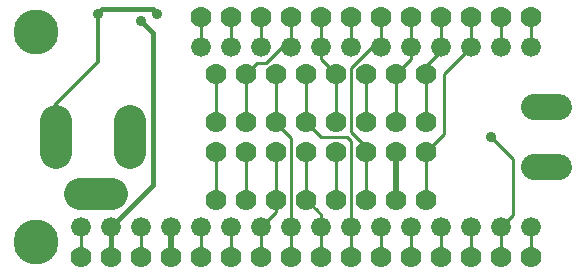
<source format=gbr>
G04 EAGLE Gerber RS-274X export*
G75*
%MOMM*%
%FSLAX34Y34*%
%LPD*%
%INBottom Copper*%
%IPPOS*%
%AMOC8*
5,1,8,0,0,1.08239X$1,22.5*%
G01*
%ADD10C,3.810000*%
%ADD11C,1.778000*%
%ADD12C,1.676400*%
%ADD13C,2.700000*%
%ADD14C,2.184400*%
%ADD15C,0.254000*%
%ADD16C,0.508000*%
%ADD17C,0.906400*%
%ADD18C,0.304800*%
%ADD19C,0.406400*%


D10*
X25400Y203200D03*
X25400Y25400D03*
D11*
X165100Y215900D03*
X190500Y215900D03*
X215900Y215900D03*
X241300Y215900D03*
X266700Y215900D03*
X292100Y215900D03*
X317500Y215900D03*
X342900Y215900D03*
X368300Y215900D03*
X393700Y215900D03*
X419100Y215900D03*
X444500Y215900D03*
X165100Y12700D03*
X190500Y12700D03*
X215900Y12700D03*
X241300Y12700D03*
X266700Y12700D03*
X292100Y12700D03*
X317500Y12700D03*
X342900Y12700D03*
X368300Y12700D03*
X393700Y12700D03*
X419100Y12700D03*
X444500Y12700D03*
X139700Y12700D03*
X114300Y12700D03*
X88900Y12700D03*
X63500Y12700D03*
X355600Y127000D03*
X355600Y101600D03*
X330200Y127000D03*
X330200Y101600D03*
X304800Y127000D03*
X304800Y101600D03*
X279400Y127000D03*
X279400Y101600D03*
X254000Y127000D03*
X254000Y101600D03*
X228600Y127000D03*
X228600Y101600D03*
X203200Y127000D03*
X203200Y101600D03*
X177800Y127000D03*
X177800Y101600D03*
X177800Y167640D03*
X203200Y167640D03*
X228600Y167640D03*
X254000Y167640D03*
X279400Y167640D03*
X304800Y167640D03*
X330200Y167640D03*
X355600Y167640D03*
X355600Y60960D03*
X330200Y60960D03*
X304800Y60960D03*
X279400Y60960D03*
X254000Y60960D03*
X228600Y60960D03*
X203200Y60960D03*
X177800Y60960D03*
D12*
X165100Y190500D03*
X190500Y190500D03*
X215900Y190500D03*
X241300Y190500D03*
X266700Y190500D03*
X292100Y190500D03*
X317500Y190500D03*
X342900Y190500D03*
X368300Y190500D03*
X393700Y190500D03*
X419100Y190500D03*
X444500Y190500D03*
X444500Y38100D03*
X419100Y38100D03*
X393700Y38100D03*
X368300Y38100D03*
X342900Y38100D03*
X317500Y38100D03*
X292100Y38100D03*
X266700Y38100D03*
X241300Y38100D03*
X215900Y38100D03*
X190500Y38100D03*
X165100Y38100D03*
X139700Y38100D03*
X114300Y38100D03*
X88900Y38100D03*
X63500Y38100D03*
D13*
X104250Y100800D02*
X104250Y127800D01*
X41750Y127800D02*
X41750Y100800D01*
X62250Y66300D02*
X89250Y66300D01*
D14*
X446278Y88900D02*
X468122Y88900D01*
X468122Y139700D02*
X446278Y139700D01*
D15*
X368300Y38100D02*
X368300Y12700D01*
X342900Y12700D02*
X342900Y38100D01*
X317500Y38100D02*
X317500Y12700D01*
X63500Y12700D02*
X63500Y38100D01*
X165100Y190500D02*
X165100Y215900D01*
X215900Y215900D02*
X215900Y190500D01*
X419100Y190500D02*
X419100Y215900D01*
X444500Y215900D02*
X444500Y190500D01*
D16*
X139700Y38100D02*
X139700Y12700D01*
X330200Y60960D02*
X330200Y101600D01*
D17*
X77470Y218440D03*
D18*
X41322Y114728D02*
X41750Y114300D01*
X41750Y142055D01*
X77470Y177775D01*
X77470Y218440D01*
D17*
X127834Y218440D03*
D19*
X124024Y222250D01*
X81280Y222250D01*
X77470Y218440D01*
D15*
X190500Y215900D02*
X190500Y190500D01*
X444500Y38100D02*
X444500Y12700D01*
X114300Y12700D02*
X114300Y38100D01*
X190500Y38100D02*
X190500Y12700D01*
X165100Y12700D02*
X165100Y38100D01*
X355600Y127000D02*
X355600Y167640D01*
X368300Y190500D02*
X368300Y215900D01*
X355600Y173990D02*
X355600Y167640D01*
X368300Y186690D02*
X368300Y190500D01*
X368300Y186690D02*
X355600Y173990D01*
X330200Y167640D02*
X330200Y127000D01*
X342900Y190500D02*
X342900Y215900D01*
X342900Y180340D02*
X330200Y167640D01*
X342900Y180340D02*
X342900Y190500D01*
X304800Y167640D02*
X304800Y127000D01*
X292100Y190500D02*
X292100Y215900D01*
X279400Y167640D02*
X279400Y127000D01*
X266700Y190500D02*
X266700Y215900D01*
X266700Y180340D02*
X279400Y167640D01*
X266700Y180340D02*
X266700Y190500D01*
X254000Y167640D02*
X254000Y127000D01*
X254000Y121920D01*
X292100Y38100D02*
X292100Y12700D01*
X266700Y114300D02*
X254000Y127000D01*
X266700Y114300D02*
X288290Y114300D01*
X292100Y110490D01*
X292100Y38100D01*
X228600Y127000D02*
X228600Y167640D01*
X228484Y127000D02*
X228600Y127000D01*
X228484Y127000D02*
X227907Y126423D01*
X241300Y38100D02*
X241300Y12700D01*
X241300Y38100D02*
X241300Y113030D01*
X227907Y126423D01*
X203200Y101600D02*
X203200Y60960D01*
X393700Y38100D02*
X393700Y12700D01*
X355600Y60960D02*
X355600Y101600D01*
X393700Y190500D02*
X393700Y215900D01*
X370840Y116840D02*
X355600Y101600D01*
X370840Y116840D02*
X370840Y167640D01*
X393700Y190500D01*
X279400Y101600D02*
X279400Y60960D01*
X177800Y60960D02*
X177800Y101600D01*
X254000Y101600D02*
X254000Y60960D01*
X266700Y38100D02*
X266700Y12700D01*
X262890Y52070D02*
X254000Y60960D01*
X262890Y52070D02*
X266700Y48260D01*
X266700Y38100D01*
X203200Y127000D02*
X203200Y167640D01*
X241300Y190500D02*
X241300Y215900D01*
X212090Y176530D02*
X203200Y167640D01*
X233680Y190500D02*
X241300Y190500D01*
X219710Y176530D02*
X212090Y176530D01*
X219710Y176530D02*
X233680Y190500D01*
X177800Y167640D02*
X177800Y127000D01*
X419100Y38100D02*
X419100Y12700D01*
D17*
X410210Y114300D03*
D15*
X429260Y48260D02*
X419100Y38100D01*
X429260Y95250D02*
X410210Y114300D01*
X429260Y95250D02*
X429260Y48260D01*
X304800Y60960D02*
X304800Y101600D01*
X317500Y190500D02*
X317500Y215900D01*
X304800Y105410D02*
X304800Y101600D01*
X291592Y118618D02*
X291592Y172690D01*
X291592Y118618D02*
X304800Y105410D01*
X291592Y172690D02*
X309402Y190500D01*
X317500Y190500D01*
X228600Y101600D02*
X228600Y60960D01*
X215900Y38100D02*
X215900Y12700D01*
X228600Y50800D02*
X228600Y60960D01*
X228600Y50800D02*
X215900Y38100D01*
D19*
X88900Y38100D02*
X88900Y12700D01*
D17*
X114300Y212090D03*
D19*
X124460Y73660D02*
X88900Y38100D01*
X124460Y201930D02*
X114300Y212090D01*
X124460Y201930D02*
X124460Y73660D01*
M02*

</source>
